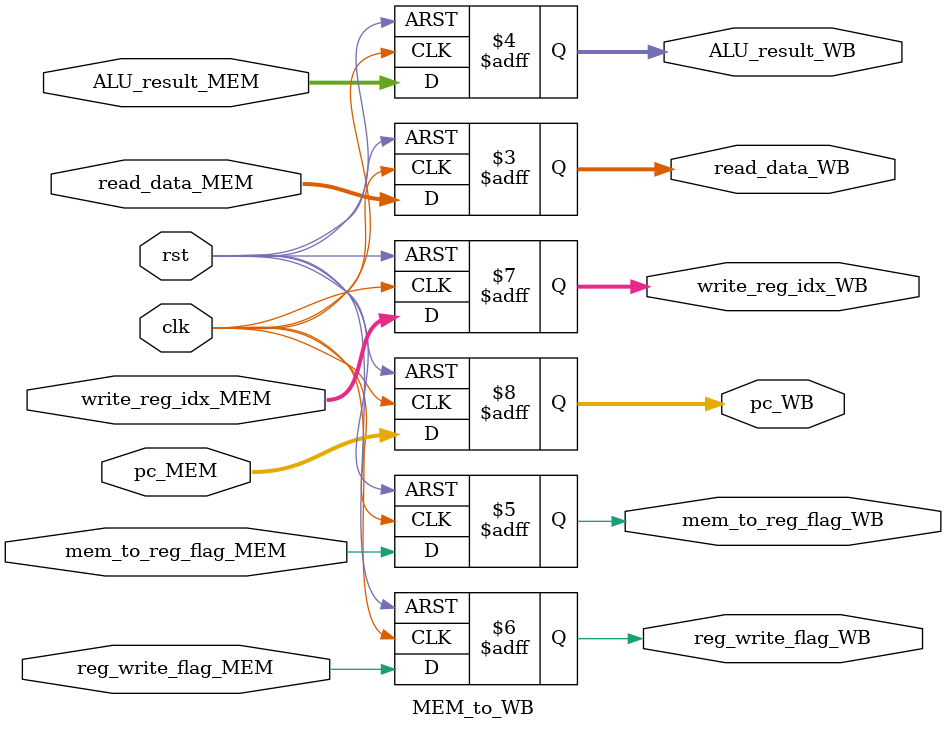
<source format=v>
`timescale 1ns / 1ps

module MEM_to_WB(
    input clk,
    input rst,
    input [31:0] read_data_MEM,
    input [31:0] ALU_result_MEM,
    input mem_to_reg_flag_MEM,
    input reg_write_flag_MEM,
    input [4:0] write_reg_idx_MEM,
    input [31:0] pc_MEM,

    output reg [31:0] read_data_WB,
    output reg [31:0] ALU_result_WB,
    output reg mem_to_reg_flag_WB,
    output reg reg_write_flag_WB,
    output reg [4:0] write_reg_idx_WB,
    output reg [31:0] pc_WB
);

always @(posedge clk or negedge rst) begin
    if (~rst) begin
        read_data_WB <= 32'b0;
        ALU_result_WB <= 32'b0;
        mem_to_reg_flag_WB <= 1'b0;
        reg_write_flag_WB <= 1'b0;
        write_reg_idx_WB <= 5'b0;
        pc_WB <= 32'b0;
      
    end else begin
        read_data_WB <= read_data_MEM;
        ALU_result_WB <= ALU_result_MEM;
        mem_to_reg_flag_WB <= mem_to_reg_flag_MEM;
        reg_write_flag_WB <= reg_write_flag_MEM;
        write_reg_idx_WB <= write_reg_idx_MEM;
        pc_WB <= pc_MEM;
       
    end
end

endmodule
</source>
